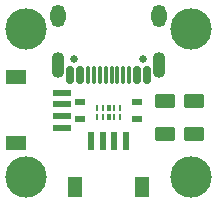
<source format=gbr>
%TF.GenerationSoftware,KiCad,Pcbnew,7.0.7*%
%TF.CreationDate,2024-01-09T13:38:50+07:00*%
%TF.ProjectId,Unified Daughterboard,556e6966-6965-4642-9044-617567687465,rev?*%
%TF.SameCoordinates,Original*%
%TF.FileFunction,Soldermask,Top*%
%TF.FilePolarity,Negative*%
%FSLAX46Y46*%
G04 Gerber Fmt 4.6, Leading zero omitted, Abs format (unit mm)*
G04 Created by KiCad (PCBNEW 7.0.7) date 2024-01-09 13:38:50*
%MOMM*%
%LPD*%
G01*
G04 APERTURE LIST*
G04 Aperture macros list*
%AMRoundRect*
0 Rectangle with rounded corners*
0 $1 Rounding radius*
0 $2 $3 $4 $5 $6 $7 $8 $9 X,Y pos of 4 corners*
0 Add a 4 corners polygon primitive as box body*
4,1,4,$2,$3,$4,$5,$6,$7,$8,$9,$2,$3,0*
0 Add four circle primitives for the rounded corners*
1,1,$1+$1,$2,$3*
1,1,$1+$1,$4,$5*
1,1,$1+$1,$6,$7*
1,1,$1+$1,$8,$9*
0 Add four rect primitives between the rounded corners*
20,1,$1+$1,$2,$3,$4,$5,0*
20,1,$1+$1,$4,$5,$6,$7,0*
20,1,$1+$1,$6,$7,$8,$9,0*
20,1,$1+$1,$8,$9,$2,$3,0*%
G04 Aperture macros list end*
%ADD10RoundRect,0.250000X0.625000X-0.375000X0.625000X0.375000X-0.625000X0.375000X-0.625000X-0.375000X0*%
%ADD11C,3.500001*%
%ADD12R,0.900000X0.500000*%
%ADD13R,1.200000X1.800000*%
%ADD14R,0.600000X1.550000*%
%ADD15RoundRect,0.250000X-0.625000X0.375000X-0.625000X-0.375000X0.625000X-0.375000X0.625000X0.375000X0*%
%ADD16RoundRect,0.125000X0.000000X-0.150000X0.000000X-0.150000X0.000000X0.150000X0.000000X0.150000X0*%
%ADD17R,0.250000X0.550000*%
%ADD18R,0.300000X0.550000*%
%ADD19C,0.650000*%
%ADD20RoundRect,0.150000X0.150000X0.575000X-0.150000X0.575000X-0.150000X-0.575000X0.150000X-0.575000X0*%
%ADD21RoundRect,0.075000X0.075000X0.650000X-0.075000X0.650000X-0.075000X-0.650000X0.075000X-0.650000X0*%
%ADD22O,1.100000X2.200000*%
%ADD23O,1.300000X1.900000*%
%ADD24R,1.800000X1.200000*%
%ADD25R,1.550000X0.600000*%
G04 APERTURE END LIST*
D10*
%TO.C,L1*%
X104200000Y-66400000D03*
X104200000Y-63600000D03*
%TD*%
D11*
%TO.C,MH3*%
X90000000Y-70000000D03*
%TD*%
%TO.C,MH1*%
X90000000Y-57500000D03*
%TD*%
D12*
%TO.C,R1*%
X99400000Y-63650000D03*
X99400000Y-65150000D03*
%TD*%
D13*
%TO.C,J3*%
X94200000Y-70850000D03*
X99800000Y-70850000D03*
D14*
X95500000Y-66975000D03*
X96500000Y-66975000D03*
X97500000Y-66975000D03*
X98500000Y-66975000D03*
%TD*%
D11*
%TO.C,MH4*%
X104000000Y-70000000D03*
%TD*%
D15*
%TO.C,F1*%
X101800000Y-63600000D03*
X101800000Y-66400000D03*
%TD*%
D11*
%TO.C,MH2*%
X104000000Y-57500000D03*
%TD*%
D16*
%TO.C,U1*%
X96000000Y-64985000D03*
D17*
X96500000Y-64985000D03*
D18*
X97000000Y-64985000D03*
D17*
X97500000Y-64985000D03*
X98000000Y-64985000D03*
X98000000Y-64215000D03*
X97500000Y-64215000D03*
D18*
X97000000Y-64215000D03*
D17*
X96500000Y-64215000D03*
X96000000Y-64215000D03*
%TD*%
D19*
%TO.C,J1*%
X99888000Y-60049000D03*
X94108000Y-60049000D03*
D20*
X100248000Y-61375000D03*
X99448000Y-61375000D03*
D21*
X98248000Y-61375000D03*
X97252000Y-61375000D03*
X96748000Y-61375000D03*
X95748000Y-61375000D03*
D20*
X93748000Y-61375000D03*
X94548000Y-61375000D03*
D21*
X95248000Y-61375000D03*
X96248000Y-61375000D03*
X97748000Y-61375000D03*
X98748000Y-61375000D03*
D22*
X101298000Y-60600000D03*
D23*
X101298000Y-56400000D03*
D22*
X92698000Y-60600000D03*
D23*
X92698000Y-56400000D03*
%TD*%
D12*
%TO.C,R2*%
X94600000Y-63650000D03*
X94600000Y-65150000D03*
%TD*%
D24*
%TO.C,J4*%
X89148000Y-61600000D03*
X89148000Y-67200000D03*
D25*
X93023000Y-62900000D03*
X93023000Y-63900000D03*
X93023000Y-64900000D03*
X93023000Y-65900000D03*
%TD*%
D19*
%TO.C,J2*%
X94108000Y-60049500D03*
X99888000Y-60049500D03*
D23*
X92698000Y-56400500D03*
D22*
X92698000Y-60600500D03*
D23*
X101298000Y-56400500D03*
D22*
X101298000Y-60600500D03*
%TD*%
M02*

</source>
